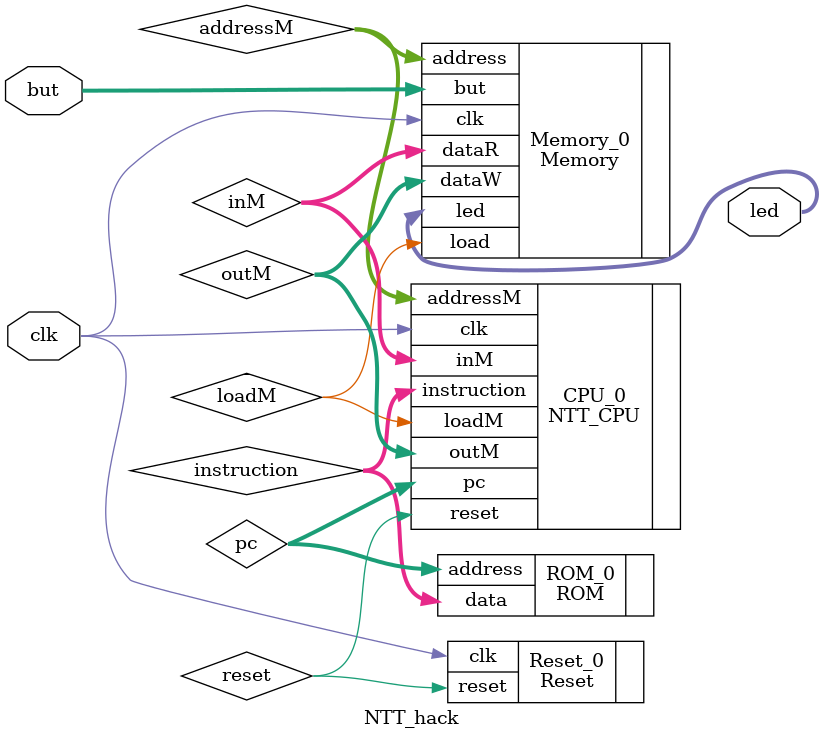
<source format=v>
/** 
 * The module hack is our top-level module
 * It connects the external pins of our fpga (hack.pcf)
 * to the internal components (cpu,mem,clk,rst,rom)
 *
 */

`default_nettype none
module NTT_hack(                        // top level module 
    input  wire clk,                
    input  wire [1:0] but,          // buttons  (0 if pressed, 1 if released)
    output wire [7:0] led           // leds     (0 off, 1 on)
);


    // reset logic
    wire reset;
    Reset Reset_0(.clk(clk),.reset(reset));

    // hack cpu (nand2tetris)
    wire [15:0] pc;
    wire [15:0] instruction;
    wire [15:0] addressM;
    wire [15:0] inM;
    wire loadM;
    wire [15:0] outM;
    NTT_CPU CPU_0(                        
        .clk(clk),
        .inM(inM),                  // M value input  (M = contents of RAM[A])
        .instruction(instruction),  // Instruction for execution
        .reset(reset),              // Signals whether to re-start the current
                                    // program (rstn==0) or continue executing
                                    // the current program (rstn==1).
        .outM(outM),                // M value output
        .loadM(loadM),              // Write to M? 
        .addressM(addressM),        // Address in data memory to Read(of M)
        .pc(pc)                     // address of next instruction
    );

    // rom stores hack code
    ROM ROM_0(
        .address(pc),
        .data(instruction)
    );

    // mem gives access to ram and io    
    Memory Memory_0(
        .clk(clk),
        .address(addressM),
        .dataR(inM),
        .dataW(outM),
        .load(loadM),
        .but(but),
        .led(led)
    );

endmodule

</source>
